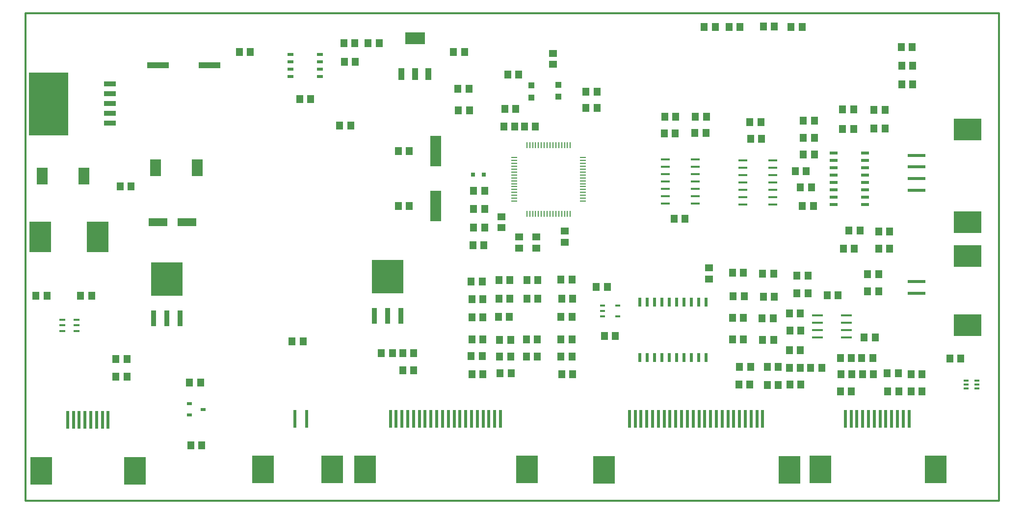
<source format=gbr>
G04 EasyPC Gerber Version 21.0.3 Build 4286 *
G04 #@! TF.Part,Single*
G04 #@! TF.FileFunction,Paste,Top *
G04 #@! TF.FilePolarity,Positive *
%FSLAX35Y35*%
%MOIN*%
G04 #@! TA.AperFunction,SMDPad*
%ADD154R,0.00581X0.04124*%
%ADD166R,0.01959X0.06290*%
%ADD142R,0.02353X0.12392*%
%ADD148R,0.02550X0.02943*%
%ADD170R,0.03337X0.10620*%
%ADD149R,0.04200X0.08200*%
%ADD146R,0.04518X0.05306*%
%ADD160R,0.07274X0.11408*%
%ADD151R,0.07274X0.21054*%
%ADD143R,0.14557X0.19085*%
%ADD159R,0.14754X0.20660*%
%ADD171R,0.21250X0.22825*%
%ADD158R,0.26959X0.42707*%
%ADD152R,0.04124X0.04124*%
G04 #@! TD.AperFunction*
%ADD98C,0.01200*%
G04 #@! TA.AperFunction,SMDPad*
%ADD153R,0.04124X0.00581*%
%ADD169R,0.03337X0.01172*%
%ADD156R,0.06100X0.01500*%
%ADD167R,0.03534X0.01565*%
%ADD165R,0.07200X0.01600*%
%ADD163R,0.04124X0.01762*%
%ADD155R,0.04400X0.01900*%
%ADD168R,0.05404X0.01959*%
%ADD164R,0.03337X0.02156*%
%ADD144R,0.12392X0.02353*%
%ADD157R,0.07904X0.03613*%
%ADD161R,0.15148X0.04321*%
%ADD147R,0.05306X0.04518*%
%ADD162R,0.12786X0.05699*%
%ADD150R,0.13573X0.08061*%
%ADD145R,0.19085X0.14557*%
X0Y0D02*
D02*
D98*
X2573Y600D02*
X663990D01*
Y332096*
X2573*
Y600*
D02*
D142*
X31313Y55718D03*
X35250D03*
X39187D03*
X43124D03*
X47061D03*
X50998D03*
X54935D03*
X58872D03*
X185841Y56506D03*
X193715D03*
X250604D03*
X254541D03*
X258478D03*
X262415D03*
X266352D03*
X270289D03*
X274226D03*
X278163D03*
X282100D03*
X286037D03*
X289974D03*
X293911D03*
X297848D03*
X301785D03*
X305722D03*
X309659D03*
X313596D03*
X317533D03*
X321470D03*
X325407D03*
X413006Y56446D03*
X416943D03*
X420880D03*
X424817D03*
X428754D03*
X432691D03*
X436628D03*
X440565D03*
X444502D03*
X448439D03*
X452376D03*
X456313D03*
X460250D03*
X464187D03*
X468124D03*
X472061D03*
X475998D03*
X479935D03*
X483872D03*
X487809D03*
X491746D03*
X495683D03*
X499620D03*
X503557D03*
X559659Y56506D03*
X563596D03*
X567533D03*
X571470D03*
X575407D03*
X579344D03*
X583281D03*
X587219D03*
X591156D03*
X595093D03*
X599030D03*
X602967D03*
D02*
D143*
X13400Y21072D03*
X76982D03*
X164187Y21860D03*
X211234D03*
X233478D03*
X343518D03*
X395683Y21801D03*
X521667D03*
X542730Y21860D03*
X621077D03*
D02*
D144*
X608085Y141742D03*
Y149616D03*
Y211820D03*
Y219694D03*
Y227569D03*
Y235443D03*
D02*
D145*
X642730Y120088D03*
Y167135D03*
Y190167D03*
Y252962D03*
D02*
D146*
X9856Y139970D03*
X17337D03*
X40171D03*
X47652D03*
X64187Y84852D03*
Y97057D03*
X66943Y214380D03*
X71667Y84852D03*
Y97057D03*
X74423Y214380D03*
X114187Y80915D03*
X114974Y38395D03*
X121667Y80915D03*
X122455Y38395D03*
X148045Y305718D03*
X155526D03*
X183872Y108868D03*
X188990Y273828D03*
X191352Y108868D03*
X196470Y273828D03*
X216156Y255718D03*
X218911Y311624D03*
X219305Y299025D03*
X223636Y255718D03*
X226392Y311624D03*
X226785Y299025D03*
X235447Y311624D03*
X242927D03*
X244502Y100994D03*
X251982D03*
X255919Y200994D03*
Y238395D03*
X259069Y89183D03*
Y100994D03*
X263400Y200994D03*
Y238395D03*
X266549Y89183D03*
Y100994D03*
X293537Y305718D03*
X296470Y280521D03*
X296864Y265954D03*
X301018Y305718D03*
X303951Y280521D03*
X304344Y265954D03*
X305526Y99025D03*
Y149813D03*
X305919Y86820D03*
Y110443D03*
Y125403D03*
Y137608D03*
X306707Y174222D03*
X307100Y186427D03*
Y199025D03*
Y211230D03*
X313006Y99025D03*
Y149813D03*
X313400Y86820D03*
Y110443D03*
Y125403D03*
Y137608D03*
X314187Y174222D03*
X314581Y186427D03*
Y199025D03*
Y211230D03*
X324030Y125797D03*
X324423Y138002D03*
Y150600D03*
X324817Y98631D03*
Y110049D03*
X325211Y87214D03*
X327573Y254931D03*
X328360Y267135D03*
X330329Y290364D03*
X331510Y125797D03*
X331904Y138002D03*
Y150600D03*
X332297Y98631D03*
Y110049D03*
X332691Y87214D03*
X335053Y254931D03*
X335841Y267135D03*
X337809Y290364D03*
X341746Y254931D03*
X342927Y98631D03*
Y110443D03*
X343321Y138002D03*
Y150600D03*
X349226Y254931D03*
X350407Y98631D03*
Y110443D03*
X350801Y138002D03*
Y150600D03*
X366549Y98631D03*
Y110443D03*
Y125797D03*
Y150994D03*
X366943Y86820D03*
Y138002D03*
X374030Y98631D03*
Y110443D03*
Y125797D03*
Y150994D03*
X374423Y86820D03*
Y138002D03*
X383478Y267529D03*
Y278553D03*
X390565Y145876D03*
X390959Y267529D03*
Y278553D03*
X396077Y112805D03*
X398045Y145876D03*
X403557Y112805D03*
X436628Y250206D03*
X437022Y261624D03*
X443321Y192332D03*
X444108Y250206D03*
X444502Y261624D03*
X450801Y192332D03*
X457494Y250600D03*
X457888Y261624D03*
X463793Y322647D03*
X464974Y250600D03*
X465368Y261624D03*
X471274Y322647D03*
X480722D03*
X483085Y110443D03*
Y125009D03*
Y155718D03*
X483478Y139576D03*
X487415Y79734D03*
X487809Y91545D03*
X488203Y322647D03*
X490565Y110443D03*
Y125009D03*
Y155718D03*
X490959Y139576D03*
X494896Y79734D03*
Y258080D03*
X495289Y91545D03*
Y246663D03*
X502376Y258080D03*
X502770Y246663D03*
X503163Y124616D03*
X503557Y110049D03*
Y154931D03*
X503951Y139183D03*
Y323041D03*
X506707Y79340D03*
Y91545D03*
X510644Y124616D03*
X511037Y110049D03*
Y154931D03*
X511431Y139183D03*
Y323041D03*
X514187Y79340D03*
Y91545D03*
X521667Y91151D03*
Y102962D03*
Y128159D03*
X522061Y79734D03*
Y116348D03*
X522848Y322647D03*
X525604Y224616D03*
X526785Y141545D03*
Y153750D03*
X529148Y91151D03*
Y102962D03*
Y128159D03*
Y213592D03*
X529541Y79734D03*
Y116348D03*
X530329Y322647D03*
X530526Y200994D03*
X531116Y236033D03*
Y247450D03*
Y258868D03*
X533085Y224616D03*
X534266Y141545D03*
Y153750D03*
X536234Y91151D03*
X536628Y213592D03*
X538006Y200994D03*
X538596Y236033D03*
Y247450D03*
Y258868D03*
X543715Y91151D03*
X547258Y140364D03*
X554738D03*
X556313Y75009D03*
Y97844D03*
X556707Y86820D03*
X557888Y253356D03*
Y266742D03*
X558281Y171860D03*
X562219Y184458D03*
X563793Y75009D03*
Y97844D03*
X564187Y86820D03*
X565368Y253356D03*
Y266742D03*
X565762Y171860D03*
X569699Y184458D03*
X570880Y97844D03*
X571274Y86820D03*
X572455Y111624D03*
X574817Y143120D03*
Y154537D03*
X578360Y97844D03*
X578754Y86820D03*
X579148Y253750D03*
Y266348D03*
X579935Y111624D03*
X582297Y143120D03*
Y154537D03*
Y171860D03*
Y183671D03*
X586628Y253750D03*
Y266348D03*
X588163Y87214D03*
X588557Y75009D03*
X589778Y171860D03*
Y183671D03*
X595644Y87214D03*
X596037Y75009D03*
X597652Y308868D03*
X598045Y283671D03*
Y296269D03*
X604305Y86820D03*
X604344Y75009D03*
X605132Y308868D03*
X605526Y283671D03*
Y296269D03*
X611785Y86820D03*
X611825Y75009D03*
X630722Y97450D03*
X638203D03*
D02*
D147*
X326195Y186230D03*
Y193710D03*
X338006Y172450D03*
Y179931D03*
X349817Y172450D03*
Y179931D03*
X361234Y297254D03*
Y304734D03*
X369108Y176387D03*
Y183868D03*
X467140Y151387D03*
Y158868D03*
D02*
D148*
X306904Y222254D03*
X313990D03*
D02*
D149*
X258178Y290644D03*
X267278D03*
X276378D03*
D02*
D150*
X267278Y315045D03*
D02*
D151*
X281313Y200893D03*
Y238294D03*
D02*
D152*
X346274Y274813D03*
Y283080D03*
X364778Y275206D03*
Y283474D03*
D02*
D153*
X334713Y204340D03*
Y206309D03*
Y208277D03*
Y210246D03*
Y212214D03*
Y214183D03*
Y216151D03*
Y218120D03*
Y220088D03*
Y222057D03*
Y224025D03*
Y225994D03*
Y227962D03*
Y229931D03*
Y231899D03*
Y233868D03*
X381256Y204340D03*
Y206309D03*
Y208277D03*
Y210246D03*
Y212214D03*
Y214183D03*
Y216151D03*
Y218120D03*
Y220088D03*
Y222057D03*
Y224025D03*
Y225994D03*
Y227962D03*
Y229931D03*
Y231899D03*
Y233868D03*
D02*
D154*
X343321Y195832D03*
Y242476D03*
X345289Y195832D03*
Y242476D03*
X347258Y195832D03*
Y242476D03*
X349226Y195832D03*
Y242476D03*
X351195Y195832D03*
Y242476D03*
X353163Y195832D03*
Y242476D03*
X355132Y195832D03*
Y242476D03*
X357100Y195832D03*
Y242476D03*
X359069Y195832D03*
Y242476D03*
X361037Y195832D03*
Y242476D03*
X363006Y195832D03*
Y242476D03*
X364974Y195832D03*
Y242476D03*
X366943Y195832D03*
Y242476D03*
X368911Y195832D03*
Y242476D03*
X370880Y195832D03*
Y242476D03*
X372848Y195832D03*
Y242476D03*
D02*
D155*
X182671Y288848D03*
Y293848D03*
Y298848D03*
Y303848D03*
X202671Y288848D03*
Y293848D03*
Y298848D03*
Y303848D03*
D02*
D156*
X437255Y202529D03*
Y207529D03*
Y212529D03*
Y217529D03*
Y222529D03*
Y227529D03*
Y232529D03*
X457655Y202529D03*
Y207529D03*
Y212529D03*
Y217529D03*
Y222529D03*
Y227529D03*
Y232529D03*
X490011Y202135D03*
Y207135D03*
Y212135D03*
Y217135D03*
Y222135D03*
Y227135D03*
Y232135D03*
X510411Y202135D03*
Y207135D03*
Y212135D03*
Y217135D03*
Y222135D03*
Y227135D03*
Y232135D03*
D02*
D157*
X60053Y257293D03*
Y263986D03*
Y270679D03*
Y277372D03*
Y284065D03*
D02*
D158*
X18459Y270226D03*
D02*
D159*
X12789Y180128D03*
X51766D03*
D02*
D160*
X13990Y221466D03*
X42337D03*
X91156Y226978D03*
X119502D03*
D02*
D161*
X92730Y296663D03*
X127770D03*
D02*
D162*
X92730Y189970D03*
X112415D03*
D02*
D163*
X27573Y116151D03*
Y119891D03*
Y123631D03*
X37415Y116151D03*
Y119891D03*
Y123631D03*
D02*
D164*
X113990Y59065D03*
Y66545D03*
X123439Y62805D03*
D02*
D165*
X540904Y111604D03*
Y116604D03*
Y121604D03*
Y126604D03*
X560304Y111604D03*
Y116604D03*
Y121604D03*
Y126604D03*
D02*
D166*
X420230Y97943D03*
Y135541D03*
X425230Y97943D03*
Y135541D03*
X430230Y97943D03*
Y135541D03*
X435230Y97943D03*
Y135541D03*
X440230Y97943D03*
Y135541D03*
X445230Y97943D03*
Y135541D03*
X450230Y97943D03*
Y135541D03*
X455230Y97943D03*
Y135541D03*
X460230Y97943D03*
Y135541D03*
X465230Y97943D03*
Y135541D03*
D02*
D167*
X394699Y125994D03*
Y129734D03*
Y133474D03*
X404935Y125994D03*
Y133474D03*
D02*
D168*
X551738Y201998D03*
Y206998D03*
Y211998D03*
Y216998D03*
Y221998D03*
Y226998D03*
Y231998D03*
Y236998D03*
X573093Y201998D03*
Y206998D03*
Y211998D03*
Y216998D03*
Y221998D03*
Y226998D03*
Y231998D03*
Y236998D03*
D02*
D169*
X641746Y77175D03*
Y79734D03*
Y82293D03*
X649226Y77175D03*
Y79734D03*
Y82293D03*
D02*
D170*
X89797Y124714D03*
X98813D03*
X107829D03*
X239797Y126289D03*
X248813D03*
X257829D03*
D02*
D171*
X98813Y151289D03*
X248813Y152864D03*
X0Y0D02*
M02*

</source>
